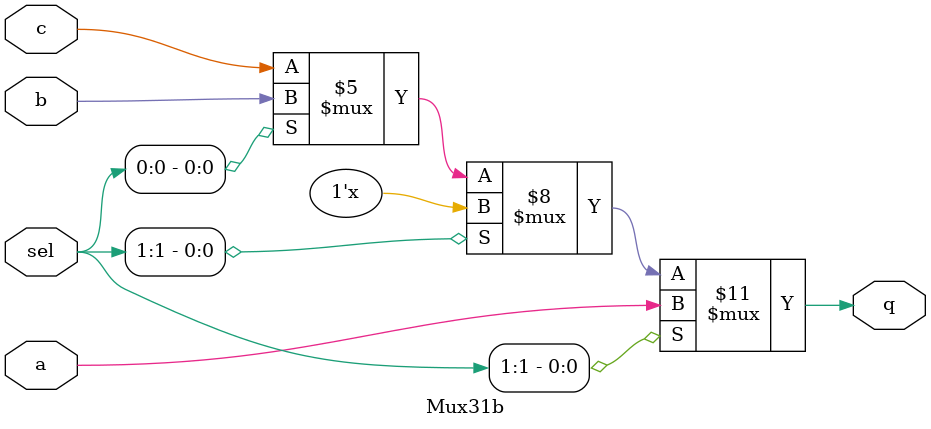
<source format=v>
`timescale 1ns / 1ps


module Mux31b(
    input wire a,
    input wire b,
    input wire c,
    input wire[1:0] sel,
    output reg q

    );
    
    always@(*) begin
        if(sel[1] == 1) begin
            q = a;
        end
        else if(sel[0] == 1) begin
            q = b;
        
        end
        else begin
            q = c;
        end
     end
endmodule

</source>
